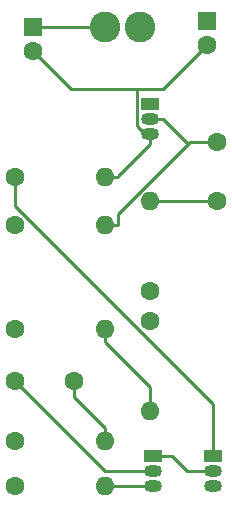
<source format=gbr>
G04 #@! TF.GenerationSoftware,KiCad,Pcbnew,(2017-12-21 revision 23d71cfa9)-makepkg*
G04 #@! TF.CreationDate,2018-08-18T11:55:38-04:00*
G04 #@! TF.ProjectId,OdysseyDaughterCardHorizSyncGenerator,4F647973736579446175676874657243,0.3*
G04 #@! TF.SameCoordinates,Original*
G04 #@! TF.FileFunction,Copper,L1,Top,Signal*
G04 #@! TF.FilePolarity,Positive*
%FSLAX46Y46*%
G04 Gerber Fmt 4.6, Leading zero omitted, Abs format (unit mm)*
G04 Created by KiCad (PCBNEW (2017-12-21 revision 23d71cfa9)-makepkg) date 08/18/18 11:55:38*
%MOMM*%
%LPD*%
G01*
G04 APERTURE LIST*
%ADD10C,1.600000*%
%ADD11R,1.600000X1.600000*%
%ADD12C,2.600000*%
%ADD13O,1.500000X1.050000*%
%ADD14R,1.500000X1.050000*%
%ADD15O,1.600000X1.600000*%
%ADD16C,0.250000*%
G04 APERTURE END LIST*
D10*
X154305000Y-96520000D03*
X154305000Y-91520000D03*
X142160000Y-111760000D03*
X137160000Y-111760000D03*
D11*
X138684000Y-81788000D03*
D10*
X138684000Y-83788000D03*
X153416000Y-83280000D03*
D11*
X153416000Y-81280000D03*
D12*
X144780000Y-81788000D03*
X147780000Y-81788000D03*
D13*
X148590000Y-89535000D03*
X148590000Y-90805000D03*
D14*
X148590000Y-88265000D03*
X148844000Y-118110000D03*
D13*
X148844000Y-120650000D03*
X148844000Y-119380000D03*
X153924000Y-119380000D03*
X153924000Y-120650000D03*
D14*
X153924000Y-118110000D03*
D15*
X144780000Y-120650000D03*
D10*
X137160000Y-120650000D03*
X137160000Y-98552000D03*
D15*
X144780000Y-98552000D03*
D10*
X137160000Y-116840000D03*
D15*
X144780000Y-116840000D03*
X148590000Y-96520000D03*
D10*
X148590000Y-104140000D03*
X137160000Y-107315000D03*
D15*
X144780000Y-107315000D03*
X148590000Y-114300000D03*
D10*
X148590000Y-106680000D03*
X137160000Y-94488000D03*
D15*
X144780000Y-94488000D03*
D16*
X148590000Y-96520000D02*
X154305000Y-96520000D01*
X144780000Y-98552000D02*
X145905300Y-98552000D01*
X148590000Y-89535000D02*
X149665300Y-89535000D01*
X149665300Y-89535000D02*
X151801500Y-91671200D01*
X145905300Y-97567400D02*
X151801500Y-91671200D01*
X145905300Y-98552000D02*
X145905300Y-97567400D01*
X151952700Y-91520000D02*
X154305000Y-91520000D01*
X151801500Y-91671200D02*
X151952700Y-91520000D01*
X142160000Y-113094700D02*
X142160000Y-111760000D01*
X144780000Y-115714700D02*
X142160000Y-113094700D01*
X144780000Y-116840000D02*
X144780000Y-115714700D01*
X144780000Y-119380000D02*
X148844000Y-119380000D01*
X137160000Y-111760000D02*
X144780000Y-119380000D01*
X144780000Y-81788000D02*
X138684000Y-81788000D01*
X145905300Y-94340000D02*
X148590000Y-91655300D01*
X145905300Y-94488000D02*
X145905300Y-94340000D01*
X144780000Y-94488000D02*
X145905300Y-94488000D01*
X148590000Y-112250300D02*
X148590000Y-114300000D01*
X144780000Y-108440300D02*
X148590000Y-112250300D01*
X144780000Y-107315000D02*
X144780000Y-108440300D01*
X148590000Y-90805000D02*
X148590000Y-91230100D01*
X148590000Y-91230100D02*
X148590000Y-91655300D01*
X147514600Y-90154700D02*
X147514600Y-87030700D01*
X148590000Y-91230100D02*
X147514600Y-90154700D01*
X149665300Y-87030700D02*
X147514600Y-87030700D01*
X153416000Y-83280000D02*
X149665300Y-87030700D01*
X141926700Y-87030700D02*
X138684000Y-83788000D01*
X147514600Y-87030700D02*
X141926700Y-87030700D01*
X144780000Y-120650000D02*
X148844000Y-120650000D01*
X137160000Y-96928000D02*
X137160000Y-94488000D01*
X153924000Y-113692000D02*
X137160000Y-96928000D01*
X153924000Y-118110000D02*
X153924000Y-113692000D01*
X151755300Y-119380000D02*
X153924000Y-119380000D01*
X150485300Y-118110000D02*
X151755300Y-119380000D01*
X148844000Y-118110000D02*
X150485300Y-118110000D01*
M02*

</source>
